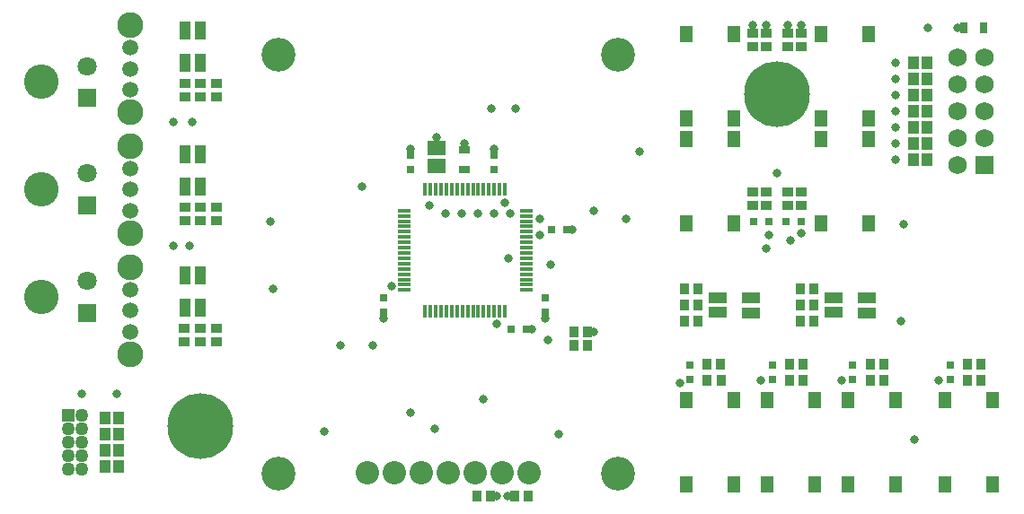
<source format=gts>
G04*
G04 #@! TF.GenerationSoftware,Altium Limited,Altium Designer,21.9.1 (22)*
G04*
G04 Layer_Color=8388736*
%FSLAX25Y25*%
%MOIN*%
G70*
G04*
G04 #@! TF.SameCoordinates,DC2D0AE7-CD98-4BDC-8897-A2E9BC7E3A80*
G04*
G04*
G04 #@! TF.FilePolarity,Negative*
G04*
G01*
G75*
%ADD15R,0.05118X0.06102*%
%ADD16R,0.02756X0.02756*%
%ADD17R,0.03753X0.04147*%
%ADD18R,0.04724X0.01181*%
%ADD19R,0.01181X0.04724*%
%ADD20R,0.02756X0.02756*%
%ADD21R,0.04134X0.03150*%
%ADD22R,0.04147X0.03753*%
%ADD23R,0.06509X0.05721*%
%ADD24R,0.03556X0.04147*%
%ADD25R,0.03950X0.04540*%
%ADD26R,0.03150X0.04134*%
%ADD27R,0.06706X0.04343*%
%ADD28R,0.04343X0.06706*%
%ADD29R,0.04147X0.03556*%
%ADD30C,0.08674*%
%ADD31C,0.12611*%
%ADD32C,0.06902*%
%ADD33R,0.06902X0.06902*%
%ADD34C,0.05918*%
%ADD35C,0.09658*%
%ADD36C,0.12808*%
%ADD37C,0.07119*%
%ADD38R,0.07119X0.07119*%
%ADD39R,0.04973X0.04973*%
%ADD40C,0.04973*%
%ADD41C,0.24422*%
%ADD42C,0.03162*%
D15*
X204858Y-99350D02*
D03*
Y-130650D02*
D03*
X187142Y-99350D02*
D03*
Y-130650D02*
D03*
X283142Y-227650D02*
D03*
Y-196350D02*
D03*
X300858Y-227650D02*
D03*
Y-196350D02*
D03*
X237142Y-130650D02*
D03*
Y-99350D02*
D03*
X254858Y-130650D02*
D03*
Y-99350D02*
D03*
X187142Y-91650D02*
D03*
Y-60350D02*
D03*
X204858Y-91650D02*
D03*
Y-60350D02*
D03*
X237142Y-91650D02*
D03*
Y-60350D02*
D03*
X254858Y-91650D02*
D03*
Y-60350D02*
D03*
X264858Y-196350D02*
D03*
Y-227650D02*
D03*
X247142Y-196350D02*
D03*
Y-227650D02*
D03*
X217142D02*
D03*
Y-196350D02*
D03*
X234858Y-227650D02*
D03*
Y-196350D02*
D03*
X187142Y-227650D02*
D03*
Y-196350D02*
D03*
X204858Y-227650D02*
D03*
Y-196350D02*
D03*
D16*
X127756Y-170000D02*
D03*
X122244D02*
D03*
X137244Y-133000D02*
D03*
X142756D02*
D03*
X212244Y-130000D02*
D03*
X217756D02*
D03*
X224244D02*
D03*
X229756D02*
D03*
D17*
X109441Y-232000D02*
D03*
X114559D02*
D03*
X128559D02*
D03*
X123441D02*
D03*
X150559Y-176000D02*
D03*
X145441D02*
D03*
X145441Y-171000D02*
D03*
X150559D02*
D03*
X200118Y-189000D02*
D03*
X195000D02*
D03*
X194757Y-183000D02*
D03*
X199875D02*
D03*
X291441D02*
D03*
X296559D02*
D03*
X296559Y-189000D02*
D03*
X291441D02*
D03*
X255441Y-183000D02*
D03*
X260559D02*
D03*
X260559Y-189000D02*
D03*
X255441D02*
D03*
X230559Y-183000D02*
D03*
X225441D02*
D03*
X225441Y-188922D02*
D03*
X230559D02*
D03*
D18*
X127748Y-155402D02*
D03*
Y-153433D02*
D03*
Y-151465D02*
D03*
Y-149496D02*
D03*
Y-147528D02*
D03*
Y-145559D02*
D03*
Y-143591D02*
D03*
Y-141622D02*
D03*
Y-139654D02*
D03*
Y-137685D02*
D03*
Y-135716D02*
D03*
Y-133748D02*
D03*
Y-131780D02*
D03*
Y-129811D02*
D03*
Y-127842D02*
D03*
Y-125874D02*
D03*
X82472D02*
D03*
Y-127842D02*
D03*
Y-129811D02*
D03*
Y-131780D02*
D03*
Y-133748D02*
D03*
Y-135716D02*
D03*
Y-137685D02*
D03*
Y-139654D02*
D03*
Y-141622D02*
D03*
Y-143591D02*
D03*
Y-145559D02*
D03*
Y-147528D02*
D03*
Y-149496D02*
D03*
Y-151465D02*
D03*
Y-153433D02*
D03*
Y-155402D02*
D03*
D19*
X119874Y-118000D02*
D03*
X117905D02*
D03*
X115937D02*
D03*
X113969D02*
D03*
X112000D02*
D03*
X110031D02*
D03*
X108063D02*
D03*
X106095D02*
D03*
X104126D02*
D03*
X102157D02*
D03*
X100189D02*
D03*
X98220D02*
D03*
X96252D02*
D03*
X94283D02*
D03*
X92315D02*
D03*
X90346D02*
D03*
Y-163276D02*
D03*
X92315D02*
D03*
X94283D02*
D03*
X96252D02*
D03*
X98220D02*
D03*
X100189D02*
D03*
X102157D02*
D03*
X104126D02*
D03*
X106095D02*
D03*
X108063D02*
D03*
X110031D02*
D03*
X112000D02*
D03*
X113969D02*
D03*
X115937D02*
D03*
X117905D02*
D03*
X119874D02*
D03*
D20*
X135000Y-163756D02*
D03*
Y-158244D02*
D03*
X85000Y-110756D02*
D03*
Y-105244D02*
D03*
X75000Y-158244D02*
D03*
Y-163756D02*
D03*
X188441Y-183244D02*
D03*
Y-188756D02*
D03*
X285125Y-183244D02*
D03*
Y-188756D02*
D03*
X249000Y-183244D02*
D03*
Y-188756D02*
D03*
X219125D02*
D03*
Y-183244D02*
D03*
X116000Y-105244D02*
D03*
Y-110756D02*
D03*
D21*
X105000Y-110642D02*
D03*
Y-103358D02*
D03*
D22*
X212000Y-60000D02*
D03*
Y-65118D02*
D03*
X217000D02*
D03*
Y-60000D02*
D03*
X225000D02*
D03*
Y-65118D02*
D03*
X230000D02*
D03*
Y-60000D02*
D03*
X217000Y-119000D02*
D03*
Y-124118D02*
D03*
X230000Y-119000D02*
D03*
Y-124118D02*
D03*
X212000D02*
D03*
Y-119000D02*
D03*
X225000D02*
D03*
Y-124118D02*
D03*
D23*
X94379Y-102567D02*
D03*
Y-109260D02*
D03*
D24*
X186539Y-160922D02*
D03*
X191461D02*
D03*
X186475Y-166844D02*
D03*
X191397D02*
D03*
X186475Y-155000D02*
D03*
X191397D02*
D03*
X234397D02*
D03*
X229475D02*
D03*
X234461Y-161000D02*
D03*
X229539D02*
D03*
X234397Y-166922D02*
D03*
X229475D02*
D03*
D25*
X271441Y-77000D02*
D03*
X276559D02*
D03*
Y-89000D02*
D03*
X271441D02*
D03*
X271441Y-101000D02*
D03*
X276559D02*
D03*
X271441Y-107000D02*
D03*
X276559D02*
D03*
X271441Y-95000D02*
D03*
X276559D02*
D03*
X271441Y-83000D02*
D03*
X276559D02*
D03*
X-23441Y-203000D02*
D03*
X-28559D02*
D03*
X-23441Y-209000D02*
D03*
X-28559D02*
D03*
X-23441Y-215000D02*
D03*
X-28559D02*
D03*
X-28559Y-221000D02*
D03*
X-23441D02*
D03*
X271441Y-71000D02*
D03*
X276559D02*
D03*
D26*
X290358Y-58000D02*
D03*
X297642D02*
D03*
D27*
X211102Y-163795D02*
D03*
Y-158215D02*
D03*
X198898Y-163785D02*
D03*
Y-158215D02*
D03*
X241898D02*
D03*
Y-163785D02*
D03*
X254102Y-158215D02*
D03*
Y-163795D02*
D03*
D28*
X1215Y-71102D02*
D03*
X6785D02*
D03*
X1215Y-58898D02*
D03*
X6795D02*
D03*
X1215Y-117102D02*
D03*
X6785D02*
D03*
X1215Y-104898D02*
D03*
X6795D02*
D03*
X1215Y-162102D02*
D03*
X6785D02*
D03*
X1215Y-149898D02*
D03*
X6795D02*
D03*
D29*
X1078Y-78603D02*
D03*
Y-83525D02*
D03*
X13000Y-78603D02*
D03*
Y-83525D02*
D03*
X7000Y-78539D02*
D03*
Y-83461D02*
D03*
X13000Y-124603D02*
D03*
Y-129525D02*
D03*
X7000Y-124539D02*
D03*
Y-129461D02*
D03*
X6922Y-169539D02*
D03*
Y-174461D02*
D03*
X1000Y-169603D02*
D03*
Y-174525D02*
D03*
X12844Y-169603D02*
D03*
Y-174525D02*
D03*
X1078Y-124603D02*
D03*
Y-129525D02*
D03*
D30*
X89008Y-223315D02*
D03*
X79008D02*
D03*
X69008D02*
D03*
X99008D02*
D03*
X109008D02*
D03*
X119008D02*
D03*
X129008D02*
D03*
D31*
X162000Y-223512D02*
D03*
X36016D02*
D03*
Y-68000D02*
D03*
X162000D02*
D03*
D32*
X288000Y-69000D02*
D03*
Y-79000D02*
D03*
Y-89000D02*
D03*
Y-99000D02*
D03*
Y-109000D02*
D03*
X298000Y-69000D02*
D03*
Y-79000D02*
D03*
Y-89000D02*
D03*
Y-99000D02*
D03*
D33*
Y-109000D02*
D03*
D34*
X-19000Y-170874D02*
D03*
Y-163000D02*
D03*
Y-155126D02*
D03*
Y-125874D02*
D03*
Y-118000D02*
D03*
Y-110126D02*
D03*
Y-81000D02*
D03*
Y-73126D02*
D03*
Y-65252D02*
D03*
D35*
Y-179142D02*
D03*
Y-146858D02*
D03*
Y-134142D02*
D03*
Y-101858D02*
D03*
Y-89268D02*
D03*
Y-56984D02*
D03*
D36*
X-52008Y-78095D02*
D03*
Y-117905D02*
D03*
Y-157905D02*
D03*
D37*
X-35000Y-72189D02*
D03*
Y-112000D02*
D03*
Y-152000D02*
D03*
D38*
Y-84000D02*
D03*
Y-123811D02*
D03*
Y-163811D02*
D03*
D39*
X-42000Y-202000D02*
D03*
D40*
X-37000D02*
D03*
X-42000Y-207000D02*
D03*
X-37000D02*
D03*
X-42000Y-212000D02*
D03*
X-37000D02*
D03*
X-42000Y-217000D02*
D03*
X-37000D02*
D03*
X-42000Y-222000D02*
D03*
X-37000D02*
D03*
D41*
X221000Y-82500D02*
D03*
X7000Y-206000D02*
D03*
D42*
X117000Y-232000D02*
D03*
X121000D02*
D03*
X226000Y-137000D02*
D03*
X130000Y-170000D02*
D03*
X-37000Y-194000D02*
D03*
X3000Y-139000D02*
D03*
X4000Y-93000D02*
D03*
X115000Y-88000D02*
D03*
X165000Y-129000D02*
D03*
X137000Y-146000D02*
D03*
X67000Y-117000D02*
D03*
X136000Y-174000D02*
D03*
X71000Y-176000D02*
D03*
X268000Y-131000D02*
D03*
X277000Y-58000D02*
D03*
X272000Y-211000D02*
D03*
X-3000Y-93000D02*
D03*
Y-139000D02*
D03*
X-24000Y-194000D02*
D03*
X53000Y-208000D02*
D03*
X140000Y-209000D02*
D03*
X59000Y-176000D02*
D03*
X34000Y-155000D02*
D03*
X33000Y-130000D02*
D03*
X124000Y-88000D02*
D03*
X221000Y-112000D02*
D03*
X267000Y-167000D02*
D03*
X217000Y-140000D02*
D03*
X110000Y-127000D02*
D03*
X98000D02*
D03*
X116000D02*
D03*
X122000D02*
D03*
X104000D02*
D03*
X112000Y-196000D02*
D03*
X121136Y-143589D02*
D03*
X133000Y-135000D02*
D03*
X145000Y-133000D02*
D03*
X133000Y-129000D02*
D03*
X92000Y-124000D02*
D03*
X120000Y-123000D02*
D03*
X77905Y-153964D02*
D03*
X94402Y-98579D02*
D03*
X288000Y-58000D02*
D03*
X230000Y-57000D02*
D03*
X225000D02*
D03*
X212000D02*
D03*
X217000D02*
D03*
X135000Y-166000D02*
D03*
X153000Y-171000D02*
D03*
X170000Y-104000D02*
D03*
X117000Y-168000D02*
D03*
X105000Y-101000D02*
D03*
X217878Y-134878D02*
D03*
X229771Y-134405D02*
D03*
X281000Y-189000D02*
D03*
X245000D02*
D03*
X215000D02*
D03*
X75000Y-166000D02*
D03*
X116000Y-103000D02*
D03*
X85000D02*
D03*
X94000Y-207000D02*
D03*
X85000Y-201000D02*
D03*
X185000Y-190000D02*
D03*
X153000Y-126000D02*
D03*
X265000Y-95000D02*
D03*
Y-107000D02*
D03*
Y-101000D02*
D03*
Y-89000D02*
D03*
Y-77000D02*
D03*
Y-83000D02*
D03*
Y-71000D02*
D03*
M02*

</source>
